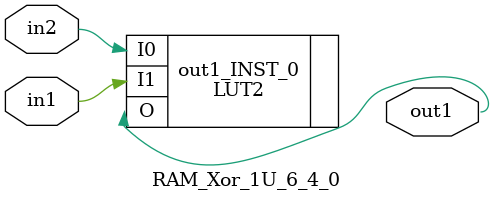
<source format=v>
`timescale 1 ps / 1 ps

(* STRUCTURAL_NETLIST = "yes" *)
module RAM_Xor_1U_6_4_0
   (in2,
    in1,
    out1);
  input in2;
  input in1;
  output out1;

  wire in1;
  wire in2;
  wire out1;

LUT2 #(
    .INIT(4'h6)) 
     out1_INST_0
       (.I0(in2),
        .I1(in1),
        .O(out1));
endmodule


</source>
